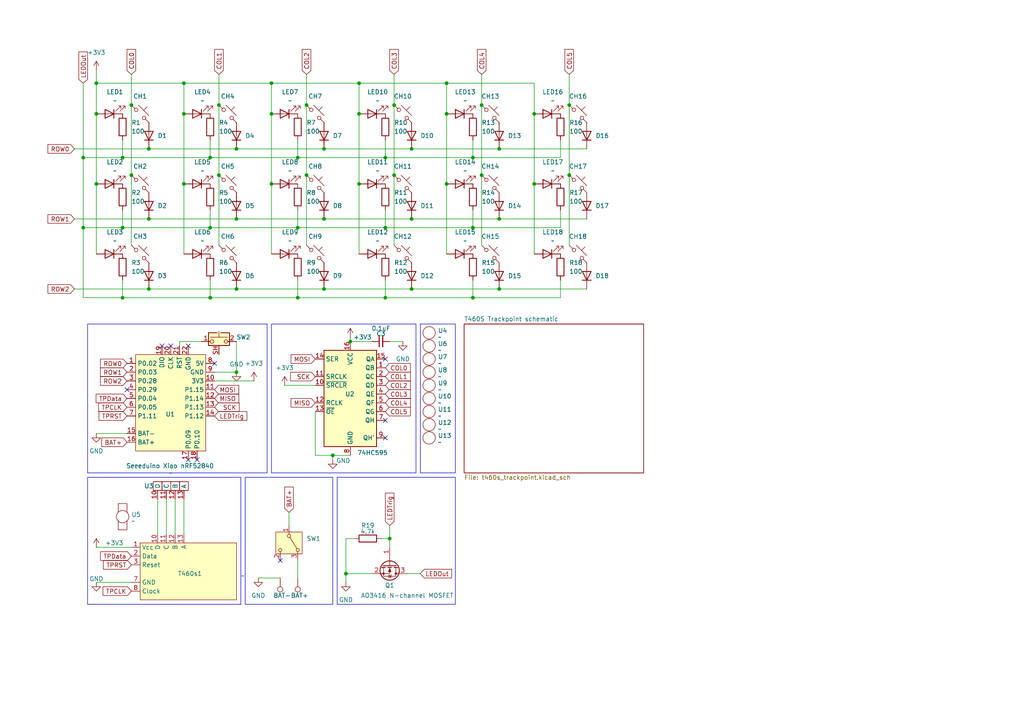
<source format=kicad_sch>
(kicad_sch (version 20250114) (generator "eeschema") (generator_version "9.0")
  (paper "A4")
  (rectangle (start 25.4 138.43) (end 69.85 175.26))
  (rectangle (start 121.92 93.98) (end 132.08 137.16))
  (rectangle (start 25.4 93.98) (end 77.47 137.16))
  (rectangle (start 97.79 138.43) (end 132.08 175.26))
  (rectangle (start 78.74 93.98) (end 120.65 137.16))
  (rectangle (start 71.12 138.43) (end 96.52 175.26))
  (junction (at 137.16 45.72))
  (junction (at 129.54 24.13))
  (junction (at 27.94 53.34))
  (junction (at 104.14 33.02))
  (junction (at 111.76 66.04))
  (junction (at 119.38 43.18))
  (junction (at 63.5 30.48))
  (junction (at 104.14 53.34))
  (junction (at 101.6 99.06))
  (junction (at 43.18 43.18))
  (junction (at 93.98 43.18))
  (junction (at 60.96 45.72))
  (junction (at 53.34 24.13))
  (junction (at 53.34 53.34))
  (junction (at 144.78 43.18))
  (junction (at 35.56 45.72))
  (junction (at 68.58 107.95))
  (junction (at 86.36 66.04))
  (junction (at 114.3 50.8))
  (junction (at 68.58 63.5))
  (junction (at 35.56 86.36))
  (junction (at 24.13 45.72))
  (junction (at 119.38 63.5))
  (junction (at 96.52 132.08))
  (junction (at 114.3 30.48))
  (junction (at 53.34 33.02))
  (junction (at 154.94 53.34))
  (junction (at 86.36 45.72))
  (junction (at 78.74 53.34))
  (junction (at 60.96 66.04))
  (junction (at 144.78 83.82))
  (junction (at 139.7 50.8))
  (junction (at 137.16 86.36))
  (junction (at 88.9 50.8))
  (junction (at 139.7 30.48))
  (junction (at 35.56 66.04))
  (junction (at 113.03 156.21))
  (junction (at 165.1 50.8))
  (junction (at 24.13 66.04))
  (junction (at 27.94 24.13))
  (junction (at 100.33 166.37))
  (junction (at 129.54 33.02))
  (junction (at 38.1 30.48))
  (junction (at 104.14 24.13))
  (junction (at 119.38 83.82))
  (junction (at 111.76 86.36))
  (junction (at 68.58 83.82))
  (junction (at 129.54 53.34))
  (junction (at 86.36 86.36))
  (junction (at 43.18 83.82))
  (junction (at 137.16 66.04))
  (junction (at 60.96 86.36))
  (junction (at 38.1 50.8))
  (junction (at 93.98 63.5))
  (junction (at 165.1 30.48))
  (junction (at 93.98 83.82))
  (junction (at 27.94 33.02))
  (junction (at 144.78 63.5))
  (junction (at 154.94 33.02))
  (junction (at 63.5 50.8))
  (junction (at 88.9 30.48))
  (junction (at 78.74 33.02))
  (junction (at 111.76 45.72))
  (junction (at 68.58 43.18))
  (junction (at 43.18 63.5))
  (junction (at 78.74 24.13))
  (no_connect (at 54.61 100.33))
  (no_connect (at 36.83 113.03))
  (no_connect (at 111.76 104.14))
  (no_connect (at 62.23 105.41))
  (no_connect (at 57.15 133.35))
  (no_connect (at 54.61 133.35))
  (no_connect (at 111.76 127))
  (no_connect (at 49.53 100.33))
  (no_connect (at 111.76 121.92))
  (no_connect (at 46.99 100.33))
  (no_connect (at 81.28 162.56))
  (wire (pts (xy 35.56 86.36) (xy 35.56 81.28)))
  (wire (pts (xy 165.1 50.8) (xy 165.1 71.12)))
  (wire (pts (xy 27.94 33.02) (xy 27.94 24.13)))
  (wire (pts (xy 24.13 45.72) (xy 35.56 45.72)))
  (wire (pts (xy 154.94 33.02) (xy 154.94 53.34)))
  (wire (pts (xy 68.58 63.5) (xy 93.98 63.5)))
  (wire (pts (xy 96.52 132.08) (xy 101.6 132.08)))
  (wire (pts (xy 27.94 168.91) (xy 38.1 168.91)))
  (wire (pts (xy 86.36 162.56) (xy 86.36 167.64)))
  (wire (pts (xy 27.94 24.13) (xy 53.34 24.13)))
  (wire (pts (xy 86.36 45.72) (xy 111.76 45.72)))
  (wire (pts (xy 86.36 66.04) (xy 111.76 66.04)))
  (wire (pts (xy 102.87 156.21) (xy 100.33 156.21)))
  (wire (pts (xy 27.94 33.02) (xy 27.94 53.34)))
  (wire (pts (xy 144.78 43.18) (xy 170.18 43.18)))
  (wire (pts (xy 63.5 30.48) (xy 63.5 50.8)))
  (wire (pts (xy 53.34 53.34) (xy 53.34 73.66)))
  (wire (pts (xy 78.74 53.34) (xy 78.74 73.66)))
  (wire (pts (xy 27.94 158.75) (xy 38.1 158.75)))
  (wire (pts (xy 129.54 24.13) (xy 129.54 33.02)))
  (wire (pts (xy 129.54 53.34) (xy 129.54 73.66)))
  (wire (pts (xy 53.34 24.13) (xy 78.74 24.13)))
  (wire (pts (xy 35.56 86.36) (xy 60.96 86.36)))
  (wire (pts (xy 137.16 45.72) (xy 162.56 45.72)))
  (wire (pts (xy 78.74 24.13) (xy 104.14 24.13)))
  (wire (pts (xy 60.96 45.72) (xy 86.36 45.72)))
  (wire (pts (xy 24.13 86.36) (xy 35.56 86.36)))
  (wire (pts (xy 60.96 86.36) (xy 86.36 86.36)))
  (wire (pts (xy 116.84 99.06) (xy 113.03 99.06)))
  (wire (pts (xy 104.14 33.02) (xy 104.14 53.34)))
  (wire (pts (xy 24.13 24.13) (xy 24.13 45.72)))
  (wire (pts (xy 137.16 45.72) (xy 137.16 40.64)))
  (wire (pts (xy 154.94 24.13) (xy 154.94 33.02)))
  (wire (pts (xy 53.34 33.02) (xy 53.34 53.34)))
  (wire (pts (xy 62.23 110.49) (xy 73.66 110.49)))
  (wire (pts (xy 50.8 144.78) (xy 50.8 154.94)))
  (wire (pts (xy 119.38 43.18) (xy 144.78 43.18)))
  (wire (pts (xy 68.58 83.82) (xy 93.98 83.82)))
  (wire (pts (xy 100.33 166.37) (xy 107.95 166.37)))
  (wire (pts (xy 83.82 152.4) (xy 83.82 148.59)))
  (wire (pts (xy 43.18 63.5) (xy 68.58 63.5)))
  (wire (pts (xy 86.36 45.72) (xy 86.36 40.64)))
  (wire (pts (xy 24.13 45.72) (xy 24.13 66.04)))
  (wire (pts (xy 21.59 83.82) (xy 43.18 83.82)))
  (wire (pts (xy 35.56 45.72) (xy 35.56 40.64)))
  (wire (pts (xy 60.96 45.72) (xy 60.96 40.64)))
  (wire (pts (xy 35.56 66.04) (xy 60.96 66.04)))
  (wire (pts (xy 139.7 50.8) (xy 139.7 71.12)))
  (wire (pts (xy 113.03 156.21) (xy 113.03 158.75)))
  (wire (pts (xy 88.9 21.59) (xy 88.9 30.48)))
  (wire (pts (xy 104.14 24.13) (xy 104.14 33.02)))
  (wire (pts (xy 35.56 45.72) (xy 60.96 45.72)))
  (wire (pts (xy 114.3 30.48) (xy 114.3 50.8)))
  (wire (pts (xy 88.9 50.8) (xy 88.9 71.12)))
  (wire (pts (xy 104.14 24.13) (xy 129.54 24.13)))
  (wire (pts (xy 165.1 30.48) (xy 165.1 50.8)))
  (wire (pts (xy 137.16 66.04) (xy 137.16 60.96)))
  (wire (pts (xy 78.74 33.02) (xy 78.74 53.34)))
  (wire (pts (xy 129.54 33.02) (xy 129.54 53.34)))
  (wire (pts (xy 114.3 21.59) (xy 114.3 30.48)))
  (wire (pts (xy 101.6 97.79) (xy 101.6 99.06)))
  (wire (pts (xy 162.56 66.04) (xy 162.56 60.96)))
  (wire (pts (xy 96.52 133.35) (xy 96.52 132.08)))
  (wire (pts (xy 93.98 63.5) (xy 119.38 63.5)))
  (wire (pts (xy 74.93 167.64) (xy 81.28 167.64)))
  (wire (pts (xy 86.36 86.36) (xy 111.76 86.36)))
  (wire (pts (xy 78.74 24.13) (xy 78.74 33.02)))
  (wire (pts (xy 119.38 63.5) (xy 144.78 63.5)))
  (wire (pts (xy 60.96 66.04) (xy 60.96 60.96)))
  (wire (pts (xy 111.76 86.36) (xy 111.76 81.28)))
  (wire (pts (xy 45.72 144.78) (xy 45.72 154.94)))
  (wire (pts (xy 86.36 66.04) (xy 86.36 60.96)))
  (wire (pts (xy 24.13 66.04) (xy 24.13 86.36)))
  (wire (pts (xy 68.58 43.18) (xy 93.98 43.18)))
  (wire (pts (xy 118.11 166.37) (xy 121.92 166.37)))
  (wire (pts (xy 110.49 156.21) (xy 113.03 156.21)))
  (wire (pts (xy 27.94 125.73) (xy 36.83 125.73)))
  (wire (pts (xy 154.94 53.34) (xy 154.94 73.66)))
  (wire (pts (xy 68.58 107.95) (xy 68.58 99.06)))
  (wire (pts (xy 113.03 152.4) (xy 113.03 156.21)))
  (wire (pts (xy 162.56 86.36) (xy 162.56 81.28)))
  (wire (pts (xy 139.7 21.59) (xy 139.7 30.48)))
  (wire (pts (xy 38.1 30.48) (xy 38.1 50.8)))
  (wire (pts (xy 43.18 43.18) (xy 68.58 43.18)))
  (wire (pts (xy 52.07 100.33) (xy 52.07 99.06)))
  (wire (pts (xy 27.94 20.32) (xy 27.94 24.13)))
  (wire (pts (xy 24.13 66.04) (xy 35.56 66.04)))
  (wire (pts (xy 137.16 86.36) (xy 137.16 81.28)))
  (wire (pts (xy 68.58 107.95) (xy 62.23 107.95)))
  (wire (pts (xy 48.26 144.78) (xy 48.26 154.94)))
  (wire (pts (xy 137.16 86.36) (xy 162.56 86.36)))
  (wire (pts (xy 43.18 83.82) (xy 68.58 83.82)))
  (wire (pts (xy 63.5 21.59) (xy 63.5 30.48)))
  (wire (pts (xy 144.78 63.5) (xy 170.18 63.5)))
  (wire (pts (xy 137.16 66.04) (xy 162.56 66.04)))
  (wire (pts (xy 91.44 132.08) (xy 96.52 132.08)))
  (wire (pts (xy 129.54 24.13) (xy 154.94 24.13)))
  (wire (pts (xy 82.55 111.76) (xy 91.44 111.76)))
  (wire (pts (xy 35.56 66.04) (xy 35.56 60.96)))
  (wire (pts (xy 111.76 86.36) (xy 137.16 86.36)))
  (wire (pts (xy 111.76 66.04) (xy 137.16 66.04)))
  (wire (pts (xy 100.33 166.37) (xy 100.33 168.91)))
  (wire (pts (xy 144.78 83.82) (xy 170.18 83.82)))
  (wire (pts (xy 86.36 86.36) (xy 86.36 81.28)))
  (wire (pts (xy 21.59 63.5) (xy 43.18 63.5)))
  (wire (pts (xy 114.3 50.8) (xy 114.3 71.12)))
  (wire (pts (xy 111.76 45.72) (xy 111.76 40.64)))
  (wire (pts (xy 91.44 119.38) (xy 91.44 132.08)))
  (wire (pts (xy 111.76 45.72) (xy 137.16 45.72)))
  (wire (pts (xy 38.1 50.8) (xy 38.1 71.12)))
  (wire (pts (xy 27.94 53.34) (xy 27.94 73.66)))
  (wire (pts (xy 21.59 43.18) (xy 43.18 43.18)))
  (wire (pts (xy 119.38 83.82) (xy 144.78 83.82)))
  (wire (pts (xy 88.9 30.48) (xy 88.9 50.8)))
  (wire (pts (xy 165.1 21.59) (xy 165.1 30.48)))
  (wire (pts (xy 93.98 83.82) (xy 119.38 83.82)))
  (wire (pts (xy 38.1 21.59) (xy 38.1 30.48)))
  (wire (pts (xy 107.95 99.06) (xy 101.6 99.06)))
  (wire (pts (xy 162.56 45.72) (xy 162.56 40.64)))
  (wire (pts (xy 104.14 53.34) (xy 104.14 73.66)))
  (wire (pts (xy 60.96 66.04) (xy 86.36 66.04)))
  (wire (pts (xy 53.34 24.13) (xy 53.34 33.02)))
  (wire (pts (xy 93.98 43.18) (xy 119.38 43.18)))
  (wire (pts (xy 139.7 30.48) (xy 139.7 50.8)))
  (wire (pts (xy 111.76 66.04) (xy 111.76 60.96)))
  (wire (pts (xy 60.96 86.36) (xy 60.96 81.28)))
  (wire (pts (xy 63.5 50.8) (xy 63.5 71.12)))
  (wire (pts (xy 100.33 156.21) (xy 100.33 166.37)))
  (wire (pts (xy 52.07 99.06) (xy 58.42 99.06)))
  (wire (pts (xy 53.34 144.78) (xy 53.34 154.94)))
  (global_label "COL5" (shape input) (at 165.1 21.59 90) (property "Intersheetrefs" "${INTERSHEET_REFS}" (effects (hide yes))))
  (global_label "TPData" (shape input) (at 36.83 115.57 180) (property "Intersheetrefs" "${INTERSHEET_REFS}" (effects (hide yes))))
  (global_label "MISO" (shape input) (at 62.23 115.57 0) (property "Intersheetrefs" "${INTERSHEET_REFS}" (effects (hide yes))))
  (global_label "LEDTrig" (shape input) (at 62.23 120.65 0) (property "Intersheetrefs" "${INTERSHEET_REFS}" (effects (hide yes))))
  (global_label " SCK" (shape input) (at 91.44 109.22 180) (property "Intersheetrefs" "${INTERSHEET_REFS}" (effects (hide yes))))
  (global_label "COL4" (shape input) (at 111.76 116.84 0) (property "Intersheetrefs" "${INTERSHEET_REFS}" (effects (hide yes))))
  (global_label "MOSI" (shape input) (at 62.23 113.03 0) (property "Intersheetrefs" "${INTERSHEET_REFS}" (effects (hide yes))))
  (global_label "COL1" (shape input) (at 63.5 21.59 90) (property "Intersheetrefs" "${INTERSHEET_REFS}" (effects (hide yes))))
  (global_label "TPRST" (shape input) (at 38.1 163.83 180) (property "Intersheetrefs" "${INTERSHEET_REFS}" (effects (hide yes))))
  (global_label "LEDOut" (shape input) (at 121.92 166.37 0) (property "Intersheetrefs" "${INTERSHEET_REFS}" (effects (hide yes))))
  (global_label "BAT+" (shape input) (at 36.83 128.27 180) (property "Intersheetrefs" "${INTERSHEET_REFS}" (effects (hide yes))))
  (global_label "ROW0" (shape input) (at 21.59 43.18 180) (property "Intersheetrefs" "${INTERSHEET_REFS}" (effects (hide yes))))
  (global_label " SCK" (shape input) (at 62.23 118.11 0) (property "Intersheetrefs" "${INTERSHEET_REFS}" (effects (hide yes))))
  (global_label "COL1" (shape input) (at 111.76 109.22 0) (property "Intersheetrefs" "${INTERSHEET_REFS}" (effects (hide yes))))
  (global_label "COL4" (shape input) (at 139.7 21.59 90) (property "Intersheetrefs" "${INTERSHEET_REFS}" (effects (hide yes))))
  (global_label "ROW0" (shape input) (at 36.83 105.41 180) (property "Intersheetrefs" "${INTERSHEET_REFS}" (effects (hide yes))))
  (global_label "MISO" (shape input) (at 91.44 116.84 180) (property "Intersheetrefs" "${INTERSHEET_REFS}" (effects (hide yes))))
  (global_label "COL0" (shape input) (at 38.1 21.59 90) (property "Intersheetrefs" "${INTERSHEET_REFS}" (effects (hide yes))))
  (global_label "LEDOut" (shape input) (at 24.13 24.13 90) (property "Intersheetrefs" "${INTERSHEET_REFS}" (effects (hide yes))))
  (global_label "TPData" (shape input) (at 38.1 161.29 180) (property "Intersheetrefs" "${INTERSHEET_REFS}" (effects (hide yes))))
  (global_label "ROW1" (shape input) (at 36.83 107.95 180) (property "Intersheetrefs" "${INTERSHEET_REFS}" (effects (hide yes))))
  (global_label "MOSI" (shape input) (at 91.44 104.14 180) (property "Intersheetrefs" "${INTERSHEET_REFS}" (effects (hide yes))))
  (global_label "TPCLK" (shape input) (at 36.83 118.11 180) (property "Intersheetrefs" "${INTERSHEET_REFS}" (effects (hide yes))))
  (global_label "ROW1" (shape input) (at 21.59 63.5 180) (property "Intersheetrefs" "${INTERSHEET_REFS}" (effects (hide yes))))
  (global_label "COL2" (shape input) (at 88.9 21.59 90) (property "Intersheetrefs" "${INTERSHEET_REFS}" (effects (hide yes))))
  (global_label "TPCLK" (shape input) (at 38.1 171.45 180) (property "Intersheetrefs" "${INTERSHEET_REFS}" (effects (hide yes))))
  (global_label "COL2" (shape input) (at 111.76 111.76 0) (property "Intersheetrefs" "${INTERSHEET_REFS}" (effects (hide yes))))
  (global_label "COL0" (shape input) (at 111.76 106.68 0) (property "Intersheetrefs" "${INTERSHEET_REFS}" (effects (hide yes))))
  (global_label "COL3" (shape input) (at 114.3 21.59 90) (property "Intersheetrefs" "${INTERSHEET_REFS}" (effects (hide yes))))
  (global_label "ROW2" (shape input) (at 36.83 110.49 180) (property "Intersheetrefs" "${INTERSHEET_REFS}" (effects (hide yes))))
  (global_label "LEDTrig" (shape input) (at 113.03 152.4 90) (property "Intersheetrefs" "${INTERSHEET_REFS}" (effects (hide yes))))
  (global_label "BAT+" (shape input) (at 83.82 148.59 90) (property "Intersheetrefs" "${INTERSHEET_REFS}" (effects (hide yes))))
  (global_label "COL5" (shape input) (at 111.76 119.38 0) (property "Intersheetrefs" "${INTERSHEET_REFS}" (effects (hide yes))))
  (global_label "TPRST" (shape input) (at 36.83 120.65 180) (property "Intersheetrefs" "${INTERSHEET_REFS}" (effects (hide yes))))
  (global_label "ROW2" (shape input) (at 21.59 83.82 180) (property "Intersheetrefs" "${INTERSHEET_REFS}" (effects (hide yes))))
  (global_label "COL3" (shape input) (at 111.76 114.3 0) (property "Intersheetrefs" "${INTERSHEET_REFS}" (effects (hide yes))))
  (symbol (lib_id "marbastlib-choc:choc_v1_SW_HS_CPG135001S30") (at 116.84 33.02 0) (unit 1) (in_bom no)
    (property "Reference" "CH10" (at 116.84 27.94 0))
    (property "Value" "KSwitch" (effects (hide yes)))
    (property "Footprint" "choc:SW_Hotswap_Kailh_Choc_V1V2_Reverse_LED_1.00u" (effects (hide yes)))
    (property "Description" "Push button switch, normally open, two pins, 45° tilted" (effects (hide yes)))
  )
  (symbol (lib_id "Trackpoint:T460s") (at 54.61 166.37 0) (unit 1)
    (property "Reference" "T460s1" (at 51.562 166.37 0) (effects (justify left)))
    (property "Value" "~" (at 69.85 167.005 0) (effects (justify left)))
    (property "Footprint" "Reversible-KB:Trackpoint_T460s_Board_no_flip" (effects (hide yes)))
  )
  (symbol (lib_id "marbastlib-choc:choc_v1_SW_HS_CPG135001S30") (at 66.04 73.66 0) (unit 1) (in_bom no)
    (property "Reference" "CH6" (at 66.04 68.58 0))
    (property "Value" "KSwitch" (effects (hide yes)))
    (property "Footprint" "choc:SW_Hotswap_Kailh_Choc_V1V2_Reverse_LED_1.00u" (effects (hide yes)))
    (property "Description" "Push button switch, normally open, two pins, 45° tilted" (effects (hide yes)))
  )
  (symbol (lib_id "LED:IR26-21C_L110_TR8") (at 107.95 33.02 180) (unit 1)
    (property "Reference" "LED10" (at 109.5375 26.67 0))
    (property "Value" "~" (at 109.5375 29.21 0))
    (property "Footprint" "LED_SMD:LED_0805_2012Metric" (effects (hide yes)))
    (property "Datasheet" "http://www.everlight.com/file/ProductFile/IR26-21C-L110-TR8.pdf" (effects (hide yes)))
    (property "Description" "940nm, 20 deg, Infrared LED, 1206" (effects (hide yes)))
  )
  (symbol (lib_id "LED:IR26-21C_L110_TR8") (at 133.35 33.02 180) (unit 1)
    (property "Reference" "LED13" (at 134.9375 26.67 0))
    (property "Value" "~" (at 134.9375 29.21 0))
    (property "Footprint" "LED_SMD:LED_0805_2012Metric" (effects (hide yes)))
    (property "Datasheet" "http://www.everlight.com/file/ProductFile/IR26-21C-L110-TR8.pdf" (effects (hide yes)))
    (property "Description" "940nm, 20 deg, Infrared LED, 1206" (effects (hide yes)))
  )
  (symbol (lib_id "Device:R") (at 35.56 36.83 0) (unit 1)
    (property "Reference" "R1" (at 38.1 35.5599 0) (effects (justify left)))
    (property "Value" "100" (at 38.1 38.0999 0) (effects (justify left)))
    (property "Footprint" "Resistor_SMD:R_0805_2012Metric" (effects (hide yes)))
    (property "Description" "Resistor" (effects (hide yes)))
  )
  (symbol (lib_id "LED:IR26-21C_L110_TR8") (at 158.75 33.02 180) (unit 1)
    (property "Reference" "LED16" (at 160.3375 26.67 0))
    (property "Value" "~" (at 160.3375 29.21 0))
    (property "Footprint" "LED_SMD:LED_0805_2012Metric" (effects (hide yes)))
    (property "Datasheet" "http://www.everlight.com/file/ProductFile/IR26-21C-L110-TR8.pdf" (effects (hide yes)))
    (property "Description" "940nm, 20 deg, Infrared LED, 1206" (effects (hide yes)))
  )
  (symbol (lib_id "power:+3V3") (at 27.94 158.75 0) (unit 1)
    (property "Reference" "#PWR02" (effects (hide yes)))
    (property "Value" "+3V3" (at 30.48 157.4799 0) (effects (justify left)))
    (property "Description" "Power symbol creates a global label with name \"+3V3\"" (effects (hide yes)))
  )
  (symbol (lib_id "Device:D") (at 43.18 80.01 90) (unit 1)
    (property "Reference" "D3" (at 45.72 80.0099 90) (effects (justify right)))
    (property "Value" "D" (effects (hide yes)))
    (property "Footprint" "Diode_SMD:D_SOD-323_HandSoldering" (effects (hide yes)))
    (property "Description" "Diode" (effects (hide yes)))
    (property "Sim.Device" "D" (effects (hide yes)))
    (property "Sim.Pins" "1=K 2=A" (effects (hide yes)))
  )
  (symbol (lib_name "Connector_1") (lib_id "Trackpoint:Connector") (at 49.53 140.97 0) (unit 1)
    (property "Reference" "U3" (at 43.18 140.97 0))
    (property "Value" "~" (at 49.53 137.16 0))
    (property "Footprint" "choc:Trackpoint_Connector" (effects (hide yes)))
  )
  (symbol (lib_id "marbastlib-choc:choc_v1_SW_HS_CPG135001S30") (at 91.44 33.02 0) (unit 1) (in_bom no)
    (property "Reference" "CH7" (at 91.44 27.94 0))
    (property "Value" "KSwitch" (effects (hide yes)))
    (property "Footprint" "choc:SW_Hotswap_Kailh_Choc_V1V2_Reverse_LED_1.00u" (effects (hide yes)))
    (property "Description" "Push button switch, normally open, two pins, 45° tilted" (effects (hide yes)))
  )
  (symbol (lib_id "Device:R") (at 60.96 36.83 0) (unit 1)
    (property "Reference" "R4" (at 63.5 35.5599 0) (effects (justify left)))
    (property "Value" "100" (at 63.5 38.0999 0) (effects (justify left)))
    (property "Footprint" "Resistor_SMD:R_0805_2012Metric" (effects (hide yes)))
    (property "Description" "Resistor" (effects (hide yes)))
  )
  (symbol (lib_id "marbastlib-choc:choc_v1_SW_HS_CPG135001S30") (at 40.64 53.34 0) (unit 1) (in_bom no)
    (property "Reference" "CH2" (at 40.64 48.26 0))
    (property "Value" "KSwitch" (effects (hide yes)))
    (property "Footprint" "choc:SW_Hotswap_Kailh_Choc_V1V2_Reverse_LED_1.00u" (effects (hide yes)))
    (property "Description" "Push button switch, normally open, two pins, 45° tilted" (effects (hide yes)))
  )
  (symbol (lib_id "Trackpoint:Solder_Nut") (at 124.46 123.19 0) (unit 1)
    (property "Reference" "U12" (at 127 122.5549 0) (effects (justify left)))
    (property "Value" "~" (at 127 124.46 0) (effects (justify left)))
    (property "Footprint" "choc:Solder Nut" (effects (hide yes)))
  )
  (symbol (lib_id "Device:D") (at 119.38 80.01 90) (unit 1)
    (property "Reference" "D12" (at 121.92 80.0099 90) (effects (justify right)))
    (property "Value" "D" (effects (hide yes)))
    (property "Footprint" "Diode_SMD:D_SOD-323_HandSoldering" (effects (hide yes)))
    (property "Description" "Diode" (effects (hide yes)))
    (property "Sim.Device" "D" (effects (hide yes)))
    (property "Sim.Pins" "1=K 2=A" (effects (hide yes)))
  )
  (symbol (lib_id "Trackpoint:Solder_Nut") (at 124.46 100.33 0) (unit 1)
    (property "Reference" "U6" (at 127 99.6949 0) (effects (justify left)))
    (property "Value" "~" (at 127 101.6 0) (effects (justify left)))
    (property "Footprint" "choc:Solder Nut" (effects (hide yes)))
  )
  (symbol (lib_id "power:GND") (at 27.94 125.73 0) (unit 1)
    (property "Reference" "#PWR04" (effects (hide yes)))
    (property "Value" "GND" (at 27.94 130.81 0))
    (property "Description" "Power symbol creates a global label with name \"GND\" , ground" (effects (hide yes)))
  )
  (symbol (lib_id "Device:R") (at 111.76 77.47 0) (unit 1)
    (property "Reference" "R12" (at 114.3 76.1999 0) (effects (justify left)))
    (property "Value" "100" (at 114.3 78.7399 0) (effects (justify left)))
    (property "Footprint" "Resistor_SMD:R_0805_2012Metric" (effects (hide yes)))
    (property "Description" "Resistor" (effects (hide yes)))
  )
  (symbol (lib_id "marbastlib-choc:choc_v1_SW_HS_CPG135001S30") (at 142.24 73.66 0) (unit 1) (in_bom no)
    (property "Reference" "CH15" (at 142.24 68.58 0))
    (property "Value" "KSwitch" (effects (hide yes)))
    (property "Footprint" "choc:SW_Hotswap_Kailh_Choc_V1V2_Reverse_LED_1.00u" (effects (hide yes)))
    (property "Description" "Push button switch, normally open, two pins, 45° tilted" (effects (hide yes)))
  )
  (symbol (lib_id "Device:D") (at 119.38 39.37 90) (unit 1)
    (property "Reference" "D10" (at 121.92 39.3699 90) (effects (justify right)))
    (property "Value" "D" (effects (hide yes)))
    (property "Footprint" "Diode_SMD:D_SOD-323_HandSoldering" (effects (hide yes)))
    (property "Description" "Diode" (effects (hide yes)))
    (property "Sim.Device" "D" (effects (hide yes)))
    (property "Sim.Pins" "1=K 2=A" (effects (hide yes)))
  )
  (symbol (lib_id "power:+3V3") (at 101.6 97.79 0) (unit 1)
    (property "Reference" "#PWR011" (effects (hide yes)))
    (property "Value" "+3V3" (at 105.156 97.79 0))
    (property "Description" "Power symbol creates a global label with name \"+3V3\"" (effects (hide yes)))
  )
  (symbol (lib_id "marbastlib-choc:choc_v1_SW_HS_CPG135001S30") (at 116.84 73.66 0) (unit 1) (in_bom no)
    (property "Reference" "CH12" (at 116.84 68.58 0))
    (property "Value" "KSwitch" (effects (hide yes)))
    (property "Footprint" "choc:SW_Hotswap_Kailh_Choc_V1V2_Reverse_LED_1.00u" (effects (hide yes)))
    (property "Description" "Push button switch, normally open, two pins, 45° tilted" (effects (hide yes)))
  )
  (symbol (lib_id "Device:R") (at 60.96 57.15 0) (unit 1)
    (property "Reference" "R5" (at 63.5 55.8799 0) (effects (justify left)))
    (property "Value" "100" (at 63.5 58.4199 0) (effects (justify left)))
    (property "Footprint" "Resistor_SMD:R_0805_2012Metric" (effects (hide yes)))
    (property "Description" "Resistor" (effects (hide yes)))
  )
  (symbol (lib_id "LED:IR26-21C_L110_TR8") (at 57.15 73.66 180) (unit 1)
    (property "Reference" "LED6" (at 58.7375 67.31 0))
    (property "Value" "~" (at 58.7375 69.85 0))
    (property "Footprint" "LED_SMD:LED_0805_2012Metric" (effects (hide yes)))
    (property "Datasheet" "http://www.everlight.com/file/ProductFile/IR26-21C-L110-TR8.pdf" (effects (hide yes)))
    (property "Description" "940nm, 20 deg, Infrared LED, 1206" (effects (hide yes)))
  )
  (symbol (lib_id "Device:D") (at 43.18 59.69 90) (unit 1)
    (property "Reference" "D2" (at 45.72 59.6899 90) (effects (justify right)))
    (property "Value" "D" (effects (hide yes)))
    (property "Footprint" "Diode_SMD:D_SOD-323_HandSoldering" (effects (hide yes)))
    (property "Description" "Diode" (effects (hide yes)))
    (property "Sim.Device" "D" (effects (hide yes)))
    (property "Sim.Pins" "1=K 2=A" (effects (hide yes)))
  )
  (symbol (lib_id "marbastlib-choc:choc_v1_SW_HS_CPG135001S30") (at 142.24 33.02 0) (unit 1) (in_bom no)
    (property "Reference" "CH13" (at 142.24 27.94 0))
    (property "Value" "KSwitch" (effects (hide yes)))
    (property "Footprint" "choc:SW_Hotswap_Kailh_Choc_V1V2_Reverse_LED_1.00u" (effects (hide yes)))
    (property "Description" "Push button switch, normally open, two pins, 45° tilted" (effects (hide yes)))
  )
  (symbol (lib_id "Device:Q_NMOS_GSD") (at 113.03 163.83 270) (unit 1)
    (property "Reference" "Q1" (at 113.03 169.799 90))
    (property "Value" "AO3416 N-channel MOSFET" (at 118.11 172.72 90))
    (property "Footprint" "Package_TO_SOT_SMD:SOT-23" (effects (hide yes)))
    (property "LCSC Part Number" "C479060" (effects (hide yes)))
    (property "MPN" "AO3416" (effects (hide yes)))
  )
  (symbol (lib_id "Device:R") (at 35.56 77.47 0) (unit 1)
    (property "Reference" "R3" (at 38.1 76.1999 0) (effects (justify left)))
    (property "Value" "100" (at 38.1 78.7399 0) (effects (justify left)))
    (property "Footprint" "Resistor_SMD:R_0805_2012Metric" (effects (hide yes)))
    (property "Description" "Resistor" (effects (hide yes)))
  )
  (symbol (lib_id "power:+3V3") (at 73.66 110.49 0) (unit 1)
    (property "Reference" "#PWR07" (effects (hide yes)))
    (property "Value" "+3V3" (at 73.66 105.41 0))
    (property "Description" "Power symbol creates a global label with name \"+3V3\"" (effects (hide yes)))
  )
  (symbol (lib_id "Device:R") (at 137.16 57.15 0) (unit 1)
    (property "Reference" "R14" (at 139.7 55.8799 0) (effects (justify left)))
    (property "Value" "100" (at 139.7 58.4199 0) (effects (justify left)))
    (property "Footprint" "Resistor_SMD:R_0805_2012Metric" (effects (hide yes)))
    (property "Description" "Resistor" (effects (hide yes)))
  )
  (symbol (lib_id "Device:D") (at 119.38 59.69 90) (unit 1)
    (property "Reference" "D11" (at 121.92 59.6899 90) (effects (justify right)))
    (property "Value" "D" (effects (hide yes)))
    (property "Footprint" "Diode_SMD:D_SOD-323_HandSoldering" (effects (hide yes)))
    (property "Description" "Diode" (effects (hide yes)))
    (property "Sim.Device" "D" (effects (hide yes)))
    (property "Sim.Pins" "1=K 2=A" (effects (hide yes)))
  )
  (symbol (lib_id "Device:D") (at 170.18 80.01 90) (unit 1)
    (property "Reference" "D18" (at 172.72 80.0099 90) (effects (justify right)))
    (property "Value" "D" (effects (hide yes)))
    (property "Footprint" "Diode_SMD:D_SOD-323_HandSoldering" (effects (hide yes)))
    (property "Description" "Diode" (effects (hide yes)))
    (property "Sim.Device" "D" (effects (hide yes)))
    (property "Sim.Pins" "1=K 2=A" (effects (hide yes)))
  )
  (symbol (lib_id "marbastlib-choc:choc_v1_SW_HS_CPG135001S30") (at 91.44 73.66 0) (unit 1) (in_bom no)
    (property "Reference" "CH9" (at 91.44 68.58 0))
    (property "Value" "KSwitch" (effects (hide yes)))
    (property "Footprint" "choc:SW_Hotswap_Kailh_Choc_V1V2_Reverse_LED_1.00u" (effects (hide yes)))
    (property "Description" "Push button switch, normally open, two pins, 45° tilted" (effects (hide yes)))
  )
  (symbol (lib_id "LED:IR26-21C_L110_TR8") (at 82.55 33.02 180) (unit 1)
    (property "Reference" "LED7" (at 84.1375 26.67 0))
    (property "Value" "~" (at 84.1375 29.21 0))
    (property "Footprint" "LED_SMD:LED_0805_2012Metric" (effects (hide yes)))
    (property "Datasheet" "http://www.everlight.com/file/ProductFile/IR26-21C-L110-TR8.pdf" (effects (hide yes)))
    (property "Description" "940nm, 20 deg, Infrared LED, 1206" (effects (hide yes)))
  )
  (symbol (lib_id "LED:IR26-21C_L110_TR8") (at 31.75 33.02 180) (unit 1)
    (property "Reference" "LED1" (at 33.3375 26.67 0))
    (property "Value" "~" (at 33.3375 29.21 0))
    (property "Footprint" "LED_SMD:LED_0805_2012Metric" (effects (hide yes)))
    (property "Datasheet" "http://www.everlight.com/file/ProductFile/IR26-21C-L110-TR8.pdf" (effects (hide yes)))
    (property "Description" "940nm, 20 deg, Infrared LED, 1206" (effects (hide yes)))
  )
  (symbol (lib_id "power:GND") (at 68.58 107.95 0) (unit 1)
    (property "Reference" "#PWR05" (effects (hide yes)))
    (property "Value" "GND" (at 66.548 105.664 0) (effects (justify left)))
    (property "Description" "Power symbol creates a global label with name \"GND\" , ground" (effects (hide yes)))
  )
  (symbol (lib_id "Switch:CK_KMS2xxG") (at 63.5 99.06 0) (unit 1)
    (property "Reference" "SW2" (at 70.612 97.79 0))
    (property "Value" "CK_KMS2xxG" (effects (hide yes)))
    (property "Footprint" "Button_Switch_SMD:SW_SPST_CK_KMS2xxGP" (effects (hide yes)))
    (property "Datasheet" "https://www.ckswitches.com/media/1482/kms.pdf" (effects (hide yes)))
    (property "Description" "Microminiature SMT Side Actuated, 4.2 x 2.8 x 1.42mm, without pegs, with shield pin" (effects (hide yes)))
  )
  (symbol (lib_id "LED:IR26-21C_L110_TR8") (at 133.35 73.66 180) (unit 1)
    (property "Reference" "LED15" (at 134.9375 67.31 0))
    (property "Value" "~" (at 134.9375 69.85 0))
    (property "Footprint" "LED_SMD:LED_0805_2012Metric" (effects (hide yes)))
    (property "Datasheet" "http://www.everlight.com/file/ProductFile/IR26-21C-L110-TR8.pdf" (effects (hide yes)))
    (property "Description" "940nm, 20 deg, Infrared LED, 1206" (effects (hide yes)))
  )
  (symbol (lib_id "power:GND") (at 74.93 167.64 0) (unit 1)
    (property "Reference" "#PWR06" (effects (hide yes)))
    (property "Value" "GND" (at 74.93 172.72 0))
    (property "Description" "Power symbol creates a global label with name \"GND\" , ground" (effects (hide yes)))
  )
  (symbol (lib_id "Device:R") (at 60.96 77.47 0) (unit 1)
    (property "Reference" "R6" (at 63.5 76.1999 0) (effects (justify left)))
    (property "Value" "100" (at 63.5 78.7399 0) (effects (justify left)))
    (property "Footprint" "Resistor_SMD:R_0805_2012Metric" (effects (hide yes)))
    (property "Description" "Resistor" (effects (hide yes)))
  )
  (symbol (lib_id "Device:R") (at 162.56 77.47 0) (unit 1)
    (property "Reference" "R18" (at 165.1 76.1999 0) (effects (justify left)))
    (property "Value" "100" (at 165.1 78.7399 0) (effects (justify left)))
    (property "Footprint" "Resistor_SMD:R_0805_2012Metric" (effects (hide yes)))
    (property "Description" "Resistor" (effects (hide yes)))
  )
  (symbol (lib_id "Device:R") (at 111.76 57.15 0) (unit 1)
    (property "Reference" "R11" (at 114.3 55.8799 0) (effects (justify left)))
    (property "Value" "100" (at 114.3 58.4199 0) (effects (justify left)))
    (property "Footprint" "Resistor_SMD:R_0805_2012Metric" (effects (hide yes)))
    (property "Description" "Resistor" (effects (hide yes)))
  )
  (symbol (lib_id "Device:R") (at 162.56 36.83 0) (unit 1)
    (property "Reference" "R16" (at 165.1 35.5599 0) (effects (justify left)))
    (property "Value" "100" (at 165.1 38.0999 0) (effects (justify left)))
    (property "Footprint" "Resistor_SMD:R_0805_2012Metric" (effects (hide yes)))
    (property "Description" "Resistor" (effects (hide yes)))
  )
  (symbol (lib_id "Device:D") (at 93.98 59.69 90) (unit 1)
    (property "Reference" "D8" (at 96.52 59.6899 90) (effects (justify right)))
    (property "Value" "D" (effects (hide yes)))
    (property "Footprint" "Diode_SMD:D_SOD-323_HandSoldering" (effects (hide yes)))
    (property "Description" "Diode" (effects (hide yes)))
    (property "Sim.Device" "D" (effects (hide yes)))
    (property "Sim.Pins" "1=K 2=A" (effects (hide yes)))
  )
  (symbol (lib_id "marbastlib-choc:choc_v1_SW_HS_CPG135001S30") (at 116.84 53.34 0) (unit 1) (in_bom no)
    (property "Reference" "CH11" (at 116.84 48.26 0))
    (property "Value" "KSwitch" (effects (hide yes)))
    (property "Footprint" "choc:SW_Hotswap_Kailh_Choc_V1V2_Reverse_LED_1.00u" (effects (hide yes)))
    (property "Description" "Push button switch, normally open, two pins, 45° tilted" (effects (hide yes)))
  )
  (symbol (lib_id "marbastlib-choc:choc_v1_SW_HS_CPG135001S30") (at 40.64 33.02 0) (unit 1) (in_bom no)
    (property "Reference" "CH1" (at 40.64 27.94 0))
    (property "Value" "KSwitch" (effects (hide yes)))
    (property "Footprint" "choc:SW_Hotswap_Kailh_Choc_V1V2_Reverse_LED_1.00u" (effects (hide yes)))
    (property "Description" "Push button switch, normally open, two pins, 45° tilted" (effects (hide yes)))
  )
  (symbol (lib_id "marbastlib-choc:choc_v1_SW_HS_CPG135001S30") (at 66.04 53.34 0) (unit 1) (in_bom no)
    (property "Reference" "CH5" (at 66.04 48.26 0))
    (property "Value" "KSwitch" (effects (hide yes)))
    (property "Footprint" "choc:SW_Hotswap_Kailh_Choc_V1V2_Reverse_LED_1.00u" (effects (hide yes)))
    (property "Description" "Push button switch, normally open, two pins, 45° tilted" (effects (hide yes)))
  )
  (symbol (lib_id "Device:D") (at 43.18 39.37 90) (unit 1)
    (property "Reference" "D1" (at 45.72 39.3699 90) (effects (justify right)))
    (property "Value" "D" (effects (hide yes)))
    (property "Footprint" "Diode_SMD:D_SOD-323_HandSoldering" (effects (hide yes)))
    (property "Description" "Diode" (effects (hide yes)))
    (property "Sim.Device" "D" (effects (hide yes)))
    (property "Sim.Pins" "1=K 2=A" (effects (hide yes)))
  )
  (symbol (lib_id "Connector:TestPoint") (at 86.36 167.64 180) (unit 1) (in_bom no)
    (property "Reference" "TP2" (effects (hide yes)))
    (property "Value" "BAT+" (at 84.328 172.72 0) (effects (justify right)))
    (property "Footprint" "TestPoint:TestPoint_THTPad_D2.0mm_Drill1.0mm" (effects (hide yes)))
    (property "Description" "test point" (effects (hide yes)))
  )
  (symbol (lib_id "Device:D") (at 68.58 59.69 90) (unit 1)
    (property "Reference" "D5" (at 71.12 59.6899 90) (effects (justify right)))
    (property "Value" "D" (effects (hide yes)))
    (property "Footprint" "Diode_SMD:D_SOD-323_HandSoldering" (effects (hide yes)))
    (property "Description" "Diode" (effects (hide yes)))
    (property "Sim.Device" "D" (effects (hide yes)))
    (property "Sim.Pins" "1=K 2=A" (effects (hide yes)))
  )
  (symbol (lib_id "Trackpoint:Solder_Nut") (at 124.46 119.38 0) (unit 1)
    (property "Reference" "U11" (at 127 118.7449 0) (effects (justify left)))
    (property "Value" "~" (at 127 120.65 0) (effects (justify left)))
    (property "Footprint" "choc:Solder Nut" (effects (hide yes)))
  )
  (symbol (lib_id "LED:IR26-21C_L110_TR8") (at 82.55 53.34 180) (unit 1)
    (property "Reference" "LED8" (at 84.1375 46.99 0))
    (property "Value" "~" (at 84.1375 49.53 0))
    (property "Footprint" "LED_SMD:LED_0805_2012Metric" (effects (hide yes)))
    (property "Datasheet" "http://www.everlight.com/file/ProductFile/IR26-21C-L110-TR8.pdf" (effects (hide yes)))
    (property "Description" "940nm, 20 deg, Infrared LED, 1206" (effects (hide yes)))
  )
  (symbol (lib_id "Device:D") (at 144.78 80.01 90) (unit 1)
    (property "Reference" "D15" (at 147.32 80.0099 90) (effects (justify right)))
    (property "Value" "D" (effects (hide yes)))
    (property "Footprint" "Diode_SMD:D_SOD-323_HandSoldering" (effects (hide yes)))
    (property "Description" "Diode" (effects (hide yes)))
    (property "Sim.Device" "D" (effects (hide yes)))
    (property "Sim.Pins" "1=K 2=A" (effects (hide yes)))
  )
  (symbol (lib_id "marbastlib-choc:choc_v1_SW_HS_CPG135001S30") (at 167.64 33.02 0) (unit 1) (in_bom no)
    (property "Reference" "CH16" (at 167.64 27.94 0))
    (property "Value" "KSwitch" (effects (hide yes)))
    (property "Footprint" "choc:SW_Hotswap_Kailh_Choc_V1V2_Reverse_LED_1.00u" (effects (hide yes)))
    (property "Description" "Push button switch, normally open, two pins, 45° tilted" (effects (hide yes)))
  )
  (symbol (lib_id "LED:IR26-21C_L110_TR8") (at 57.15 53.34 180) (unit 1)
    (property "Reference" "LED5" (at 58.7375 46.99 0))
    (property "Value" "~" (at 58.7375 49.53 0))
    (property "Footprint" "LED_SMD:LED_0805_2012Metric" (effects (hide yes)))
    (property "Datasheet" "http://www.everlight.com/file/ProductFile/IR26-21C-L110-TR8.pdf" (effects (hide yes)))
    (property "Description" "940nm, 20 deg, Infrared LED, 1206" (effects (hide yes)))
  )
  (symbol (lib_id "marbastlib-choc:choc_v1_SW_HS_CPG135001S30") (at 142.24 53.34 0) (unit 1) (in_bom no)
    (property "Reference" "CH14" (at 142.24 48.26 0))
    (property "Value" "KSwitch" (effects (hide yes)))
    (property "Footprint" "choc:SW_Hotswap_Kailh_Choc_V1V2_Reverse_LED_1.00u" (effects (hide yes)))
    (property "Description" "Push button switch, normally open, two pins, 45° tilted" (effects (hide yes)))
  )
  (symbol (lib_id "Device:D") (at 170.18 59.69 90) (unit 1)
    (property "Reference" "D17" (at 172.72 59.6899 90) (effects (justify right)))
    (property "Value" "D" (effects (hide yes)))
    (property "Footprint" "Diode_SMD:D_SOD-323_HandSoldering" (effects (hide yes)))
    (property "Description" "Diode" (effects (hide yes)))
    (property "Sim.Device" "D" (effects (hide yes)))
    (property "Sim.Pins" "1=K 2=A" (effects (hide yes)))
  )
  (symbol (lib_id "Device:C_Small") (at 110.49 99.06 90) (unit 1)
    (property "Reference" "C3" (at 110.49 96.774 90))
    (property "Value" "0.1uF" (at 110.4963 95.25 90))
    (property "Footprint" "Capacitor_SMD:C_0805_2012Metric_Pad1.18x1.45mm_HandSolder" (effects (hide yes)))
    (property "Description" "Unpolarized capacitor, small symbol" (effects (hide yes)))
  )
  (symbol (lib_id "Device:D") (at 93.98 39.37 90) (unit 1)
    (property "Reference" "D7" (at 96.52 39.3699 90) (effects (justify right)))
    (property "Value" "D" (effects (hide yes)))
    (property "Footprint" "Diode_SMD:D_SOD-323_HandSoldering" (effects (hide yes)))
    (property "Description" "Diode" (effects (hide yes)))
    (property "Sim.Device" "D" (effects (hide yes)))
    (property "Sim.Pins" "1=K 2=A" (effects (hide yes)))
  )
  (symbol (lib_id "power:+3V3") (at 82.55 111.76 0) (unit 1)
    (property "Reference" "#PWR08" (effects (hide yes)))
    (property "Value" "+3V3" (at 82.55 106.68 0))
    (property "Description" "Power symbol creates a global label with name \"+3V3\"" (effects (hide yes)))
  )
  (symbol (lib_id "Device:D") (at 170.18 39.37 90) (unit 1)
    (property "Reference" "D16" (at 172.72 39.3699 90) (effects (justify right)))
    (property "Value" "D" (effects (hide yes)))
    (property "Footprint" "Diode_SMD:D_SOD-323_HandSoldering" (effects (hide yes)))
    (property "Description" "Diode" (effects (hide yes)))
    (property "Sim.Device" "D" (effects (hide yes)))
    (property "Sim.Pins" "1=K 2=A" (effects (hide yes)))
  )
  (symbol (lib_id "Trackpoint:Sensor") (at 35.56 149.86 0) (unit 1)
    (property "Reference" "U5" (at 38.1 149.2249 0) (effects (justify left)))
    (property "Value" "~" (at 38.1 151.13 0) (effects (justify left)))
    (property "Footprint" "choc:Trackpoint_T460s_Stick" (effects (hide yes)))
  )
  (symbol (lib_id "marbastlib-promicroish:Seeeduino_Xiao_nRF52840") (at 49.53 119.38 0) (unit 1) (in_bom no)
    (property "Reference" "U1" (at 48.006 120.142 0) (effects (justify left)))
    (property "Value" "Seeeduino Xiao nRF52840" (at 36.576 135.128 0) (effects (justify left)))
    (property "Footprint" "Seeed Studio XIAO Series Library:XIAO-nRF52840-Sense-14P-2.54-21X17.8MM" (effects (hide yes)))
    (property "Description" "Symbol for a Seeeduino Xiao nRF52840" (effects (hide yes)))
  )
  (symbol (lib_id "LED:IR26-21C_L110_TR8") (at 158.75 53.34 180) (unit 1)
    (property "Reference" "LED17" (at 160.3375 46.99 0))
    (property "Value" "~" (at 160.3375 49.53 0))
    (property "Footprint" "LED_SMD:LED_0805_2012Metric" (effects (hide yes)))
    (property "Datasheet" "http://www.everlight.com/file/ProductFile/IR26-21C-L110-TR8.pdf" (effects (hide yes)))
    (property "Description" "940nm, 20 deg, Infrared LED, 1206" (effects (hide yes)))
  )
  (symbol (lib_id "Device:D") (at 93.98 80.01 90) (unit 1)
    (property "Reference" "D9" (at 96.52 80.0099 90) (effects (justify right)))
    (property "Value" "D" (effects (hide yes)))
    (property "Footprint" "Diode_SMD:D_SOD-323_HandSoldering" (effects (hide yes)))
    (property "Description" "Diode" (effects (hide yes)))
    (property "Sim.Device" "D" (effects (hide yes)))
    (property "Sim.Pins" "1=K 2=A" (effects (hide yes)))
  )
  (symbol (lib_id "Switch:SW_Wuerth_450301014042") (at 83.82 157.48 270) (unit 1)
    (property "Reference" "SW1" (at 88.9 156.2099 90) (effects (justify left)))
    (property "Value" "SW_Wuerth_450301014042" (effects (hide yes)))
    (property "Footprint" "Button_Switch_SMD:SW_SPDT_PCM12" (effects (hide yes)))
    (property "Datasheet" "https://www.we-online.com/components/products/datasheet/450301014042.pdf" (effects (hide yes)))
    (property "Description" "Switch slide, single pole double throw" (effects (hide yes)))
  )
  (symbol (lib_id "Device:R") (at 137.16 36.83 0) (unit 1)
    (property "Reference" "R13" (at 139.7 35.5599 0) (effects (justify left)))
    (property "Value" "100" (at 139.7 38.0999 0) (effects (justify left)))
    (property "Footprint" "Resistor_SMD:R_0805_2012Metric" (effects (hide yes)))
    (property "Description" "Resistor" (effects (hide yes)))
  )
  (symbol (lib_id "marbastlib-choc:choc_v1_SW_HS_CPG135001S30") (at 66.04 33.02 0) (unit 1) (in_bom no)
    (property "Reference" "CH4" (at 66.04 27.94 0))
    (property "Value" "KSwitch" (effects (hide yes)))
    (property "Footprint" "choc:SW_Hotswap_Kailh_Choc_V1V2_Reverse_LED_1.00u" (effects (hide yes)))
    (property "Description" "Push button switch, normally open, two pins, 45° tilted" (effects (hide yes)))
  )
  (symbol (lib_id "Device:D") (at 144.78 39.37 90) (unit 1)
    (property "Reference" "D13" (at 147.32 39.3699 90) (effects (justify right)))
    (property "Value" "D" (effects (hide yes)))
    (property "Footprint" "Diode_SMD:D_SOD-323_HandSoldering" (effects (hide yes)))
    (property "Description" "Diode" (effects (hide yes)))
    (property "Sim.Device" "D" (effects (hide yes)))
    (property "Sim.Pins" "1=K 2=A" (effects (hide yes)))
  )
  (symbol (lib_id "Device:D") (at 68.58 39.37 90) (unit 1)
    (property "Reference" "D4" (at 71.12 39.3699 90) (effects (justify right)))
    (property "Value" "D" (effects (hide yes)))
    (property "Footprint" "Diode_SMD:D_SOD-323_HandSoldering" (effects (hide yes)))
    (property "Description" "Diode" (effects (hide yes)))
    (property "Sim.Device" "D" (effects (hide yes)))
    (property "Sim.Pins" "1=K 2=A" (effects (hide yes)))
  )
  (symbol (lib_id "LED:IR26-21C_L110_TR8") (at 82.55 73.66 180) (unit 1)
    (property "Reference" "LED9" (at 84.1375 67.31 0))
    (property "Value" "~" (at 84.1375 69.85 0))
    (property "Footprint" "LED_SMD:LED_0805_2012Metric" (effects (hide yes)))
    (property "Datasheet" "http://www.everlight.com/file/ProductFile/IR26-21C-L110-TR8.pdf" (effects (hide yes)))
    (property "Description" "940nm, 20 deg, Infrared LED, 1206" (effects (hide yes)))
  )
  (symbol (lib_id "power:GND") (at 96.52 133.35 0) (unit 1)
    (property "Reference" "#PWR010" (effects (hide yes)))
    (property "Value" "GND" (at 99.568 133.604 0))
    (property "Description" "Power symbol creates a global label with name \"GND\" , ground" (effects (hide yes)))
  )
  (symbol (lib_id "Trackpoint:Solder_Nut") (at 124.46 107.95 0) (unit 1)
    (property "Reference" "U8" (at 127 107.3149 0) (effects (justify left)))
    (property "Value" "~" (at 127 109.22 0) (effects (justify left)))
    (property "Footprint" "choc:Solder Nut" (effects (hide yes)))
  )
  (symbol (lib_id "Device:R") (at 111.76 36.83 0) (unit 1)
    (property "Reference" "R10" (at 114.3 35.5599 0) (effects (justify left)))
    (property "Value" "100" (at 114.3 38.0999 0) (effects (justify left)))
    (property "Footprint" "Resistor_SMD:R_0805_2012Metric" (effects (hide yes)))
    (property "Description" "Resistor" (effects (hide yes)))
  )
  (symbol (lib_id "marbastlib-choc:choc_v1_SW_HS_CPG135001S30") (at 167.64 73.66 0) (unit 1) (in_bom no)
    (property "Reference" "CH18" (at 167.64 68.58 0))
    (property "Value" "KSwitch" (effects (hide yes)))
    (property "Footprint" "choc:SW_Hotswap_Kailh_Choc_V1V2_Reverse_LED_1.00u" (effects (hide yes)))
    (property "Description" "Push button switch, normally open, two pins, 45° tilted" (effects (hide yes)))
  )
  (symbol (lib_id "Device:R") (at 86.36 57.15 0) (unit 1)
    (property "Reference" "R8" (at 88.9 55.8799 0) (effects (justify left)))
    (property "Value" "100" (at 88.9 58.4199 0) (effects (justify left)))
    (property "Footprint" "Resistor_SMD:R_0805_2012Metric" (effects (hide yes)))
    (property "Description" "Resistor" (effects (hide yes)))
  )
  (symbol (lib_id "power:GND") (at 27.94 168.91 0) (unit 1)
    (property "Reference" "#PWR03" (effects (hide yes)))
    (property "Value" "GND" (at 25.908 167.894 0) (effects (justify left)))
    (property "Description" "Power symbol creates a global label with name \"GND\" , ground" (effects (hide yes)))
  )
  (symbol (lib_id "power:+3V3") (at 27.94 20.32 0) (unit 1)
    (property "Reference" "#PWR01" (effects (hide yes)))
    (property "Value" "+3V3" (at 27.94 15.24 0))
    (property "Description" "Power symbol creates a global label with name \"+3V3\"" (effects (hide yes)))
  )
  (symbol (lib_id "Device:R") (at 162.56 57.15 0) (unit 1)
    (property "Reference" "R17" (at 165.1 55.8799 0) (effects (justify left)))
    (property "Value" "100" (at 165.1 58.4199 0) (effects (justify left)))
    (property "Footprint" "Resistor_SMD:R_0805_2012Metric" (effects (hide yes)))
    (property "Description" "Resistor" (effects (hide yes)))
  )
  (symbol (lib_id "LED:IR26-21C_L110_TR8") (at 107.95 73.66 180) (unit 1)
    (property "Reference" "LED12" (at 109.5375 67.31 0))
    (property "Value" "~" (at 109.5375 69.85 0))
    (property "Footprint" "LED_SMD:LED_0805_2012Metric" (effects (hide yes)))
    (property "Datasheet" "http://www.everlight.com/file/ProductFile/IR26-21C-L110-TR8.pdf" (effects (hide yes)))
    (property "Description" "940nm, 20 deg, Infrared LED, 1206" (effects (hide yes)))
  )
  (symbol (lib_id "Connector:TestPoint") (at 81.28 167.64 180) (unit 1) (in_bom no)
    (property "Reference" "TP1" (effects (hide yes)))
    (property "Value" "BAT-" (at 79.248 172.72 0) (effects (justify right)))
    (property "Footprint" "TestPoint:TestPoint_THTPad_2.0x2.0mm_Drill1.0mm" (effects (hide yes)))
    (property "Description" "test point" (effects (hide yes)))
  )
  (symbol (lib_id "Trackpoint:Solder_Nut") (at 124.46 115.57 0) (unit 1)
    (property "Reference" "U10" (at 127 114.9349 0) (effects (justify left)))
    (property "Value" "~" (at 127 116.84 0) (effects (justify left)))
    (property "Footprint" "choc:Solder Nut" (effects (hide yes)))
  )
  (symbol (lib_id "Device:D") (at 68.58 80.01 90) (unit 1)
    (property "Reference" "D6" (at 71.12 80.0099 90) (effects (justify right)))
    (property "Value" "D" (effects (hide yes)))
    (property "Footprint" "Diode_SMD:D_SOD-323_HandSoldering" (effects (hide yes)))
    (property "Description" "Diode" (effects (hide yes)))
    (property "Sim.Device" "D" (effects (hide yes)))
    (property "Sim.Pins" "1=K 2=A" (effects (hide yes)))
  )
  (symbol (lib_id "74xx:74HC595") (at 101.6 114.3 0) (unit 1)
    (property "Reference" "U2" (at 100.076 114.3 0) (effects (justify left)))
    (property "Value" "74HC595" (at 103.632 131.318 0) (effects (justify left)))
    (property "Footprint" "74HC595PW:SOP65P640X110-16N" (effects (hide yes)))
    (property "Datasheet" "http://www.ti.com/lit/ds/symlink/sn74hc595.pdf" (effects (hide yes)))
    (property "Description" "8-bit serial in/out Shift Register 3-State Outputs" (effects (hide yes)))
  )
  (symbol (lib_id "marbastlib-choc:choc_v1_SW_HS_CPG135001S30") (at 40.64 73.66 0) (unit 1) (in_bom no)
    (property "Reference" "CH3" (at 40.64 68.58 0))
    (property "Value" "KSwitch" (effects (hide yes)))
    (property "Footprint" "choc:SW_Hotswap_Kailh_Choc_V1V2_Reverse_LED_1.00u" (effects (hide yes)))
    (property "Description" "Push button switch, normally open, two pins, 45° tilted" (effects (hide yes)))
  )
  (symbol (lib_id "marbastlib-choc:choc_v1_SW_HS_CPG135001S30") (at 167.64 53.34 0) (unit 1) (in_bom no)
    (property "Reference" "CH17" (at 167.64 48.26 0))
    (property "Value" "KSwitch" (effects (hide yes)))
    (property "Footprint" "choc:SW_Hotswap_Kailh_Choc_V1V2_Reverse_LED_1.00u" (effects (hide yes)))
    (property "Description" "Push button switch, normally open, two pins, 45° tilted" (effects (hide yes)))
  )
  (symbol (lib_id "LED:IR26-21C_L110_TR8") (at 57.15 33.02 180) (unit 1)
    (property "Reference" "LED4" (at 58.7375 26.67 0))
    (property "Value" "~" (at 58.7375 29.21 0))
    (property "Footprint" "LED_SMD:LED_0805_2012Metric" (effects (hide yes)))
    (property "Datasheet" "http://www.everlight.com/file/ProductFile/IR26-21C-L110-TR8.pdf" (effects (hide yes)))
    (property "Description" "940nm, 20 deg, Infrared LED, 1206" (effects (hide yes)))
  )
  (symbol (lib_id "LED:IR26-21C_L110_TR8") (at 31.75 73.66 180) (unit 1)
    (property "Reference" "LED3" (at 33.3375 67.31 0))
    (property "Value" "~" (at 33.3375 69.85 0))
    (property "Footprint" "LED_SMD:LED_0805_2012Metric" (effects (hide yes)))
    (property "Datasheet" "http://www.everlight.com/file/ProductFile/IR26-21C-L110-TR8.pdf" (effects (hide yes)))
    (property "Description" "940nm, 20 deg, Infrared LED, 1206" (effects (hide yes)))
  )
  (symbol (lib_id "Device:R") (at 86.36 77.47 0) (unit 1)
    (property "Reference" "R9" (at 88.9 76.1999 0) (effects (justify left)))
    (property "Value" "100" (at 88.9 78.7399 0) (effects (justify left)))
    (property "Footprint" "Resistor_SMD:R_0805_2012Metric" (effects (hide yes)))
    (property "Description" "Resistor" (effects (hide yes)))
  )
  (symbol (lib_id "Device:R") (at 137.16 77.47 0) (unit 1)
    (property "Reference" "R15" (at 139.7 76.1999 0) (effects (justify left)))
    (property "Value" "100" (at 139.7 78.7399 0) (effects (justify left)))
    (property "Footprint" "Resistor_SMD:R_0805_2012Metric" (effects (hide yes)))
    (property "Description" "Resistor" (effects (hide yes)))
  )
  (symbol (lib_id "Device:D") (at 144.78 59.69 90) (unit 1)
    (property "Reference" "D14" (at 147.32 59.6899 90) (effects (justify right)))
    (property "Value" "D" (effects (hide yes)))
    (property "Footprint" "Diode_SMD:D_SOD-323_HandSoldering" (effects (hide yes)))
    (property "Description" "Diode" (effects (hide yes)))
    (property "Sim.Device" "D" (effects (hide yes)))
    (property "Sim.Pins" "1=K 2=A" (effects (hide yes)))
  )
  (symbol (lib_id "LED:IR26-21C_L110_TR8") (at 158.75 73.66 180) (unit 1)
    (property "Reference" "LED18" (at 160.3375 67.31 0))
    (property "Value" "~" (at 160.3375 69.85 0))
    (property "Footprint" "LED_SMD:LED_0805_2012Metric" (effects (hide yes)))
    (property "Datasheet" "http://www.everlight.com/file/ProductFile/IR26-21C-L110-TR8.pdf" (effects (hide yes)))
    (property "Description" "940nm, 20 deg, Infrared LED, 1206" (effects (hide yes)))
  )
  (symbol (lib_id "Trackpoint:Solder_Nut") (at 124.46 111.76 0) (unit 1)
    (property "Reference" "U9" (at 127 111.1249 0) (effects (justify left)))
    (property "Value" "~" (at 127 113.03 0) (effects (justify left)))
    (property "Footprint" "choc:Solder Nut" (effects (hide yes)))
  )
  (symbol (lib_id "Trackpoint:Solder_Nut") (at 124.46 104.14 0) (unit 1)
    (property "Reference" "U7" (at 127 103.5049 0) (effects (justify left)))
    (property "Value" "~" (at 127 105.41 0) (effects (justify left)))
    (property "Footprint" "Art:Salt" (effects (hide yes)))
  )
  (symbol (lib_id "Trackpoint:Solder_Nut") (at 124.46 96.52 0) (unit 1)
    (property "Reference" "U4" (at 127 95.8849 0) (effects (justify left)))
    (property "Value" "~" (at 127 97.79 0) (effects (justify left)))
    (property "Footprint" "choc:Solder Nut" (effects (hide yes)))
  )
  (symbol (lib_id "LED:IR26-21C_L110_TR8") (at 107.95 53.34 180) (unit 1)
    (property "Reference" "LED11" (at 109.5375 46.99 0))
    (property "Value" "~" (at 109.5375 49.53 0))
    (property "Footprint" "LED_SMD:LED_0805_2012Metric" (effects (hide yes)))
    (property "Datasheet" "http://www.everlight.com/file/ProductFile/IR26-21C-L110-TR8.pdf" (effects (hide yes)))
    (property "Description" "940nm, 20 deg, Infrared LED, 1206" (effects (hide yes)))
  )
  (symbol (lib_id "marbastlib-choc:choc_v1_SW_HS_CPG135001S30") (at 91.44 53.34 0) (unit 1) (in_bom no)
    (property "Reference" "CH8" (at 91.44 48.26 0))
    (property "Value" "KSwitch" (effects (hide yes)))
    (property "Footprint" "choc:SW_Hotswap_Kailh_Choc_V1V2_Reverse_LED_1.00u" (effects (hide yes)))
    (property "Description" "Push button switch, normally open, two pins, 45° tilted" (effects (hide yes)))
  )
  (symbol (lib_id "LED:IR26-21C_L110_TR8") (at 31.75 53.34 180) (unit 1)
    (property "Reference" "LED2" (at 33.3375 46.99 0))
    (property "Value" "~" (at 33.3375 49.53 0))
    (property "Footprint" "LED_SMD:LED_0805_2012Metric" (effects (hide yes)))
    (property "Datasheet" "http://www.everlight.com/file/ProductFile/IR26-21C-L110-TR8.pdf" (effects (hide yes)))
    (property "Description" "940nm, 20 deg, Infrared LED, 1206" (effects (hide yes)))
  )
  (symbol (lib_id "PCM_4ms_Power-symbol:GND") (at 116.84 99.06 0) (unit 1)
    (property "Reference" "#PWR021" (effects (hide yes)))
    (property "Value" "GND" (at 116.84 104.14 0))
  )
  (symbol (lib_id "Trackpoint:Solder_Nut") (at 124.46 127 0) (unit 1)
    (property "Reference" "U13" (at 127 126.3649 0) (effects (justify left)))
    (property "Value" "~" (at 127 128.27 0) (effects (justify left)))
    (property "Footprint" "choc:Solder Nut" (effects (hide yes)))
  )
  (symbol (lib_id "power:GND") (at 100.33 168.91 0) (unit 1)
    (property "Reference" "#PWR09" (effects (hide yes)))
    (property "Value" "GND" (at 100.33 173.99 0))
    (property "Description" "Power symbol creates a global label with name \"GND\" , ground" (effects (hide yes)))
  )
  (symbol (lib_id "Device:R") (at 35.56 57.15 0) (unit 1)
    (property "Reference" "R2" (at 38.1 55.8799 0) (effects (justify left)))
    (property "Value" "100" (at 38.1 58.4199 0) (effects (justify left)))
    (property "Footprint" "Resistor_SMD:R_0805_2012Metric" (effects (hide yes)))
    (property "Description" "Resistor" (effects (hide yes)))
  )
  (symbol (lib_id "Device:R") (at 86.36 36.83 0) (unit 1)
    (property "Reference" "R7" (at 88.9 35.5599 0) (effects (justify left)))
    (property "Value" "100" (at 88.9 38.0999 0) (effects (justify left)))
    (property "Footprint" "Resistor_SMD:R_0805_2012Metric" (effects (hide yes)))
    (property "Description" "Resistor" (effects (hide yes)))
  )
  (symbol (lib_id "LED:IR26-21C_L110_TR8") (at 133.35 53.34 180) (unit 1)
    (property "Reference" "LED14" (at 134.9375 46.99 0))
    (property "Value" "~" (at 134.9375 49.53 0))
    (property "Footprint" "LED_SMD:LED_0805_2012Metric" (effects (hide yes)))
    (property "Datasheet" "http://www.everlight.com/file/ProductFile/IR26-21C-L110-TR8.pdf" (effects (hide yes)))
    (property "Description" "940nm, 20 deg, Infrared LED, 1206" (effects (hide yes)))
  )
  (symbol (lib_id "PCM_4ms_Resistor:10m_1206_250mW") (at 106.68 156.21 90) (unit 1)
    (property "Reference" "R19" (at 106.68 152.4 90))
    (property "Value" "4.7k" (at 106.68 154.178 90))
    (property "Footprint" "Resistor_SMD:R_0805_2012Metric" (effects (hide yes)))
    (property "Description" "10mΩ, 10mOhm, Min. 250mW, 100PPM/C" (effects (hide yes)))
    (property "Specifications" "10mΩ, 10mOhm, Min. 250mW, 100PPM/C" (effects (hide yes)))
    (property "Manufacturer" "Yageo" (effects (hide yes)))
    (property "Part Number" "PF1206FRF070R01L" (effects (hide yes)))
    (property "Display" "10mΩ/250mW" (effects (hide yes)))
    (property "JLCPCB ID" "C127703" (effects (hide yes)))
  )
  (sheet (at 134.62 93.98) (size 52.07 43.18) (stroke (width 0.1524))
    (property "Sheetname" "T460S Trackpoint schematic" (at 134.62 93.2684 0) (effects (justify left bottom)))
    (property "Sheetfile" "t460s_trackpoint.kicad_sch" (at 134.62 137.7446 0) (effects (justify left top)))
  )
)
</source>
